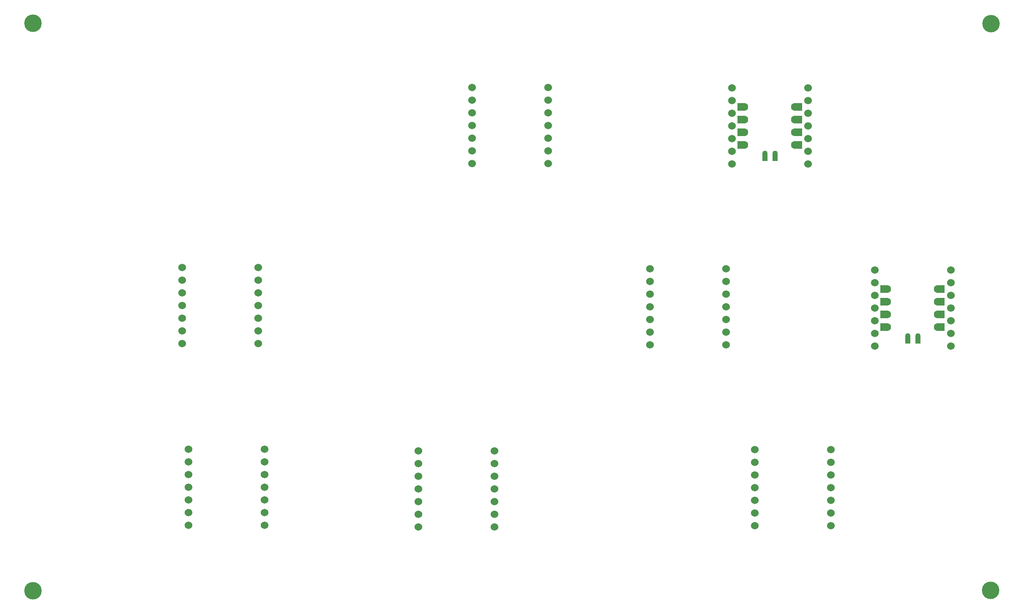
<source format=gbr>
%TF.GenerationSoftware,KiCad,Pcbnew,9.0.4*%
%TF.CreationDate,2025-09-18T16:51:08+08:00*%
%TF.ProjectId,XIAO,5849414f-2e6b-4696-9361-645f70636258,rev?*%
%TF.SameCoordinates,Original*%
%TF.FileFunction,Copper,L2,Bot*%
%TF.FilePolarity,Positive*%
%FSLAX46Y46*%
G04 Gerber Fmt 4.6, Leading zero omitted, Abs format (unit mm)*
G04 Created by KiCad (PCBNEW 9.0.4) date 2025-09-18 16:51:08*
%MOMM*%
%LPD*%
G01*
G04 APERTURE LIST*
G04 Aperture macros list*
%AMRoundRect*
0 Rectangle with rounded corners*
0 $1 Rounding radius*
0 $2 $3 $4 $5 $6 $7 $8 $9 X,Y pos of 4 corners*
0 Add a 4 corners polygon primitive as box body*
4,1,4,$2,$3,$4,$5,$6,$7,$8,$9,$2,$3,0*
0 Add four circle primitives for the rounded corners*
1,1,$1+$1,$2,$3*
1,1,$1+$1,$4,$5*
1,1,$1+$1,$6,$7*
1,1,$1+$1,$8,$9*
0 Add four rect primitives between the rounded corners*
20,1,$1+$1,$2,$3,$4,$5,0*
20,1,$1+$1,$4,$5,$6,$7,0*
20,1,$1+$1,$6,$7,$8,$9,0*
20,1,$1+$1,$8,$9,$2,$3,0*%
G04 Aperture macros list end*
%TA.AperFunction,ComponentPad*%
%ADD10C,1.524000*%
%TD*%
%TA.AperFunction,ComponentPad*%
%ADD11C,1.600000*%
%TD*%
%TA.AperFunction,SMDPad,CuDef*%
%ADD12RoundRect,0.140000X0.560000X0.660000X-0.560000X0.660000X-0.560000X-0.660000X0.560000X-0.660000X0*%
%TD*%
%TA.AperFunction,ComponentPad*%
%ADD13C,1.100000*%
%TD*%
%TA.AperFunction,SMDPad,CuDef*%
%ADD14RoundRect,0.110000X-0.440000X0.690000X-0.440000X-0.690000X0.440000X-0.690000X0.440000X0.690000X0*%
%TD*%
%TA.AperFunction,ViaPad*%
%ADD15C,3.500000*%
%TD*%
G04 APERTURE END LIST*
D10*
%TO.P,U10,14,5V*%
%TO.N,unconnected-(U10-5V-Pad14)*%
X220123800Y-121327063D03*
%TO.P,U10,13,GND*%
%TO.N,unconnected-(U10-GND-Pad13)*%
X220123800Y-123867063D03*
%TO.P,U10,12,3V3*%
%TO.N,unconnected-(U10-3V3-Pad12)*%
X220123800Y-126407063D03*
%TO.P,U10,11,PA6_A10_D10_MOSI*%
%TO.N,unconnected-(U10-PA6_A10_D10_MOSI-Pad11)*%
X220123800Y-128947063D03*
%TO.P,U10,10,PA5_A9_D9_MISO*%
%TO.N,unconnected-(U10-PA5_A9_D9_MISO-Pad10)*%
X220123800Y-131487063D03*
%TO.P,U10,9,PA7_A8_D8_SCK*%
%TO.N,unconnected-(U10-PA7_A8_D8_SCK-Pad9)*%
X220123800Y-134027063D03*
%TO.P,U10,8,PB09_A7_D7_RX*%
%TO.N,unconnected-(U10-PB09_A7_D7_RX-Pad8)*%
X220123800Y-136567063D03*
%TO.P,U10,7,PB08_A6_D6_TX*%
%TO.N,unconnected-(U10-PB08_A6_D6_TX-Pad7)*%
X204883800Y-136567063D03*
%TO.P,U10,6,PA9_A5_D5_SCL*%
%TO.N,unconnected-(U10-PA9_A5_D5_SCL-Pad6)*%
X204883800Y-134027063D03*
%TO.P,U10,5,PA8_A4_D4_SDA*%
%TO.N,unconnected-(U10-PA8_A4_D4_SDA-Pad5)*%
X204883800Y-131487063D03*
%TO.P,U10,4,PA11_A3_D3*%
%TO.N,unconnected-(U10-PA11_A3_D3-Pad4)*%
X204883800Y-128947063D03*
%TO.P,U10,3,PA10_A2_D2*%
%TO.N,unconnected-(U10-PA10_A2_D2-Pad3)*%
X204883800Y-126407063D03*
%TO.P,U10,2,PA4_A1_D1*%
%TO.N,unconnected-(U10-PA4_A1_D1-Pad2)*%
X204883800Y-123867063D03*
%TO.P,U10,1,PA02_A0_D0*%
%TO.N,unconnected-(U10-PA02_A0_D0-Pad1)*%
X204883800Y-121327063D03*
%TD*%
%TO.P,U11,1,PA02_A0_D0*%
%TO.N,unconnected-(U11-PA02_A0_D0-Pad1)*%
X137466400Y-121530263D03*
%TO.P,U11,2,PA4_A1_D1*%
%TO.N,unconnected-(U11-PA4_A1_D1-Pad2)*%
X137466400Y-124070263D03*
%TO.P,U11,3,PA10_A2_D2*%
%TO.N,unconnected-(U11-PA10_A2_D2-Pad3)*%
X137466400Y-126610263D03*
%TO.P,U11,4,PA11_A3_D3*%
%TO.N,unconnected-(U11-PA11_A3_D3-Pad4)*%
X137466400Y-129150263D03*
%TO.P,U11,5,PA8_A4_D4_SDA*%
%TO.N,unconnected-(U11-PA8_A4_D4_SDA-Pad5)*%
X137466400Y-131690263D03*
%TO.P,U11,6,PA9_A5_D5_SCL*%
%TO.N,unconnected-(U11-PA9_A5_D5_SCL-Pad6)*%
X137466400Y-134230263D03*
%TO.P,U11,7,PB08_A6_D6_TX*%
%TO.N,unconnected-(U11-PB08_A6_D6_TX-Pad7)*%
X137466400Y-136770263D03*
%TO.P,U11,8,PB09_A7_D7_RX*%
%TO.N,unconnected-(U11-PB09_A7_D7_RX-Pad8)*%
X152706400Y-136770263D03*
%TO.P,U11,9,PA7_A8_D8_SCK*%
%TO.N,unconnected-(U11-PA7_A8_D8_SCK-Pad9)*%
X152706400Y-134230263D03*
%TO.P,U11,10,PA5_A9_D9_MISO*%
%TO.N,unconnected-(U11-PA5_A9_D9_MISO-Pad10)*%
X152706400Y-131690263D03*
%TO.P,U11,11,PA6_A10_D10_MOSI*%
%TO.N,unconnected-(U11-PA6_A10_D10_MOSI-Pad11)*%
X152706400Y-129150263D03*
%TO.P,U11,12,3V3*%
%TO.N,unconnected-(U11-3V3-Pad12)*%
X152706400Y-126610263D03*
%TO.P,U11,13,GND*%
%TO.N,unconnected-(U11-GND-Pad13)*%
X152706400Y-124070263D03*
%TO.P,U11,14,5V*%
%TO.N,unconnected-(U11-5V-Pad14)*%
X152706400Y-121530263D03*
%TD*%
%TO.P,U6,1,PA02_A0_D0*%
%TO.N,unconnected-(U6-PA02_A0_D0-Pad1)*%
X90160000Y-84830000D03*
%TO.P,U6,2,PA4_A1_D1*%
%TO.N,unconnected-(U6-PA4_A1_D1-Pad2)*%
X90160000Y-87370000D03*
%TO.P,U6,3,PA10_A2_D2*%
%TO.N,unconnected-(U6-PA10_A2_D2-Pad3)*%
X90160000Y-89910000D03*
%TO.P,U6,4,PA11_A3_D3*%
%TO.N,unconnected-(U6-PA11_A3_D3-Pad4)*%
X90160000Y-92450000D03*
%TO.P,U6,5,PA8_A4_D4_SDA*%
%TO.N,unconnected-(U6-PA8_A4_D4_SDA-Pad5)*%
X90160000Y-94990000D03*
%TO.P,U6,6,PA9_A5_D5_SCL*%
%TO.N,unconnected-(U6-PA9_A5_D5_SCL-Pad6)*%
X90160000Y-97530000D03*
%TO.P,U6,7,PB08_A6_D6_TX*%
%TO.N,unconnected-(U6-PB08_A6_D6_TX-Pad7)*%
X90160000Y-100070000D03*
%TO.P,U6,8,PB09_A7_D7_RX*%
%TO.N,unconnected-(U6-PB09_A7_D7_RX-Pad8)*%
X105400000Y-100070000D03*
%TO.P,U6,9,PA7_A8_D8_SCK*%
%TO.N,unconnected-(U6-PA7_A8_D8_SCK-Pad9)*%
X105400000Y-97530000D03*
%TO.P,U6,10,PA5_A9_D9_MISO*%
%TO.N,unconnected-(U6-PA5_A9_D9_MISO-Pad10)*%
X105400000Y-94990000D03*
%TO.P,U6,11,PA6_A10_D10_MOSI*%
%TO.N,unconnected-(U6-PA6_A10_D10_MOSI-Pad11)*%
X105400000Y-92450000D03*
%TO.P,U6,12,3V3*%
%TO.N,unconnected-(U6-3V3-Pad12)*%
X105400000Y-89910000D03*
%TO.P,U6,13,GND*%
%TO.N,unconnected-(U6-GND-Pad13)*%
X105400000Y-87370000D03*
%TO.P,U6,14,5V*%
%TO.N,unconnected-(U6-5V-Pad14)*%
X105400000Y-84830000D03*
%TD*%
%TO.P,U16,1,PA02_A0_D0*%
%TO.N,unconnected-(U16-PA02_A0_D0-Pad1)*%
X228930000Y-85340000D03*
%TO.P,U16,2,PA4_A1_D1*%
%TO.N,unconnected-(U16-PA4_A1_D1-Pad2)*%
X228930000Y-87880000D03*
%TO.P,U16,3,PA10_A2_D2*%
%TO.N,unconnected-(U16-PA10_A2_D2-Pad3)*%
X228930000Y-90420000D03*
%TO.P,U16,4,PA11_A3_D3*%
%TO.N,unconnected-(U16-PA11_A3_D3-Pad4)*%
X228930000Y-92960000D03*
%TO.P,U16,5,PA8_A4_D4_SDA*%
%TO.N,unconnected-(U16-PA8_A4_D4_SDA-Pad5)*%
X228930000Y-95500000D03*
%TO.P,U16,6,PA9_A5_D5_SCL*%
%TO.N,unconnected-(U16-PA9_A5_D5_SCL-Pad6)*%
X228930000Y-98040000D03*
%TO.P,U16,7,PB08_A6_D6_TX*%
%TO.N,unconnected-(U16-PB08_A6_D6_TX-Pad7)*%
X228930000Y-100580000D03*
%TO.P,U16,8,PB09_A7_D7_RX*%
%TO.N,unconnected-(U16-PB09_A7_D7_RX-Pad8)*%
X244170000Y-100580000D03*
%TO.P,U16,9,PA7_A8_D8_SCK*%
%TO.N,unconnected-(U16-PA7_A8_D8_SCK-Pad9)*%
X244170000Y-98040000D03*
%TO.P,U16,10,PA5_A9_D9_MISO*%
%TO.N,unconnected-(U16-PA5_A9_D9_MISO-Pad10)*%
X244170000Y-95500000D03*
%TO.P,U16,11,PA6_A10_D10_MOSI*%
%TO.N,unconnected-(U16-PA6_A10_D10_MOSI-Pad11)*%
X244170000Y-92960000D03*
%TO.P,U16,12,3V3*%
%TO.N,unconnected-(U16-3V3-Pad12)*%
X244170000Y-90420000D03*
%TO.P,U16,13,GND*%
%TO.N,unconnected-(U16-GND-Pad13)*%
X244170000Y-87880000D03*
%TO.P,U16,14,5V*%
%TO.N,unconnected-(U16-5V-Pad14)*%
X244170000Y-85340000D03*
D11*
%TO.P,U16,15,GPIO21/D11/RX1*%
%TO.N,unconnected-(U16-GPIO21{slash}D11{slash}RX1-Pad15)*%
X241550994Y-89150000D03*
D12*
X242250000Y-89150000D03*
D11*
%TO.P,U16,16,GPIO20/D12/TX1*%
%TO.N,unconnected-(U16-GPIO20{slash}D12{slash}TX1-Pad16)*%
X241550994Y-91690000D03*
D12*
X242250000Y-91690000D03*
D11*
%TO.P,U16,17,GPIO17/D13/SCL0*%
%TO.N,unconnected-(U16-GPIO17{slash}D13{slash}SCL0-Pad17)*%
X241550994Y-94230000D03*
D12*
X242250000Y-94230000D03*
D11*
%TO.P,U16,18,GPIO16/D14/SDA0*%
%TO.N,unconnected-(U16-GPIO16{slash}D14{slash}SDA0-Pad18)*%
X241550994Y-96770000D03*
D12*
X242250000Y-96770000D03*
%TO.P,U16,19,GPIO11/D15/SPI1_MOSI*%
%TO.N,unconnected-(U16-GPIO11{slash}D15{slash}SPI1_MOSI-Pad19)*%
X230690994Y-96770000D03*
D11*
X231390994Y-96770000D03*
D12*
%TO.P,U16,20,GPIO12/D16/SPI1_MISO*%
%TO.N,unconnected-(U16-GPIO12{slash}D16{slash}SPI1_MISO-Pad20)*%
X230690994Y-94230000D03*
D11*
X231390994Y-94230000D03*
D12*
%TO.P,U16,21,GPIO10/D17/SPI1_SCK*%
%TO.N,unconnected-(U16-GPIO10{slash}D17{slash}SPI1_SCK-Pad21)*%
X230690994Y-91690000D03*
D11*
X231390994Y-91690000D03*
D12*
%TO.P,U16,22,GPIO9/D18/SPI1_CS*%
%TO.N,unconnected-(U16-GPIO9{slash}D18{slash}SPI1_CS-Pad22)*%
X230690994Y-89150000D03*
D11*
X231390994Y-89150000D03*
D13*
%TO.P,U16,23,BAT*%
%TO.N,unconnected-(U16-BAT-Pad23)*%
X235550000Y-98534811D03*
D14*
X235550000Y-99290000D03*
D13*
%TO.P,U16,24,GND_2*%
%TO.N,unconnected-(U16-GND_2-Pad24)*%
X237550000Y-98534811D03*
D14*
X237550000Y-99290000D03*
%TD*%
D10*
%TO.P,U4,14,5V*%
%TO.N,unconnected-(U4-5V-Pad14)*%
X163526800Y-48708463D03*
%TO.P,U4,13,GND*%
%TO.N,unconnected-(U4-GND-Pad13)*%
X163526800Y-51248463D03*
%TO.P,U4,12,3V3*%
%TO.N,unconnected-(U4-3V3-Pad12)*%
X163526800Y-53788463D03*
%TO.P,U4,11,PA6_A10_D10_MOSI*%
%TO.N,unconnected-(U4-PA6_A10_D10_MOSI-Pad11)*%
X163526800Y-56328463D03*
%TO.P,U4,10,PA5_A9_D9_MISO*%
%TO.N,unconnected-(U4-PA5_A9_D9_MISO-Pad10)*%
X163526800Y-58868463D03*
%TO.P,U4,9,PA7_A8_D8_SCK*%
%TO.N,unconnected-(U4-PA7_A8_D8_SCK-Pad9)*%
X163526800Y-61408463D03*
%TO.P,U4,8,PB09_A7_D7_RX*%
%TO.N,unconnected-(U4-PB09_A7_D7_RX-Pad8)*%
X163526800Y-63948463D03*
%TO.P,U4,7,PB08_A6_D6_TX*%
%TO.N,unconnected-(U4-PB08_A6_D6_TX-Pad7)*%
X148286800Y-63948463D03*
%TO.P,U4,6,PA9_A5_D5_SCL*%
%TO.N,unconnected-(U4-PA9_A5_D5_SCL-Pad6)*%
X148286800Y-61408463D03*
%TO.P,U4,5,PA8_A4_D4_SDA*%
%TO.N,unconnected-(U4-PA8_A4_D4_SDA-Pad5)*%
X148286800Y-58868463D03*
%TO.P,U4,4,PA11_A3_D3*%
%TO.N,unconnected-(U4-PA11_A3_D3-Pad4)*%
X148286800Y-56328463D03*
%TO.P,U4,3,PA10_A2_D2*%
%TO.N,unconnected-(U4-PA10_A2_D2-Pad3)*%
X148286800Y-53788463D03*
%TO.P,U4,2,PA4_A1_D1*%
%TO.N,unconnected-(U4-PA4_A1_D1-Pad2)*%
X148286800Y-51248463D03*
%TO.P,U4,1,PA02_A0_D0*%
%TO.N,unconnected-(U4-PA02_A0_D0-Pad1)*%
X148286800Y-48708463D03*
%TD*%
%TO.P,U5,14,5V*%
%TO.N,unconnected-(U5-5V-Pad14)*%
X199110000Y-85050000D03*
%TO.P,U5,13,GND*%
%TO.N,unconnected-(U5-GND-Pad13)*%
X199110000Y-87590000D03*
%TO.P,U5,12,3V3*%
%TO.N,unconnected-(U5-3V3-Pad12)*%
X199110000Y-90130000D03*
%TO.P,U5,11,PA6_A10_D10_MOSI*%
%TO.N,unconnected-(U5-PA6_A10_D10_MOSI-Pad11)*%
X199110000Y-92670000D03*
%TO.P,U5,10,PA5_A9_D9_MISO*%
%TO.N,unconnected-(U5-PA5_A9_D9_MISO-Pad10)*%
X199110000Y-95210000D03*
%TO.P,U5,9,PA7_A8_D8_SCK*%
%TO.N,unconnected-(U5-PA7_A8_D8_SCK-Pad9)*%
X199110000Y-97750000D03*
%TO.P,U5,8,PB09_A7_D7_RX*%
%TO.N,unconnected-(U5-PB09_A7_D7_RX-Pad8)*%
X199110000Y-100290000D03*
%TO.P,U5,7,PB08_A6_D6_TX*%
%TO.N,unconnected-(U5-PB08_A6_D6_TX-Pad7)*%
X183870000Y-100290000D03*
%TO.P,U5,6,PA9_A5_D5_SCL*%
%TO.N,unconnected-(U5-PA9_A5_D5_SCL-Pad6)*%
X183870000Y-97750000D03*
%TO.P,U5,5,PA8_A4_D4_SDA*%
%TO.N,unconnected-(U5-PA8_A4_D4_SDA-Pad5)*%
X183870000Y-95210000D03*
%TO.P,U5,4,PA11_A3_D3*%
%TO.N,unconnected-(U5-PA11_A3_D3-Pad4)*%
X183870000Y-92670000D03*
%TO.P,U5,3,PA10_A2_D2*%
%TO.N,unconnected-(U5-PA10_A2_D2-Pad3)*%
X183870000Y-90130000D03*
%TO.P,U5,2,PA4_A1_D1*%
%TO.N,unconnected-(U5-PA4_A1_D1-Pad2)*%
X183870000Y-87590000D03*
%TO.P,U5,1,PA02_A0_D0*%
%TO.N,unconnected-(U5-PA02_A0_D0-Pad1)*%
X183870000Y-85050000D03*
%TD*%
%TO.P,U17,1,PA02_A0_D0*%
%TO.N,unconnected-(U17-PA02_A0_D0-Pad1)*%
X200340800Y-48779263D03*
%TO.P,U17,2,PA4_A1_D1*%
%TO.N,unconnected-(U17-PA4_A1_D1-Pad2)*%
X200340800Y-51319263D03*
%TO.P,U17,3,PA10_A2_D2*%
%TO.N,unconnected-(U17-PA10_A2_D2-Pad3)*%
X200340800Y-53859263D03*
%TO.P,U17,4,PA11_A3_D3*%
%TO.N,unconnected-(U17-PA11_A3_D3-Pad4)*%
X200340800Y-56399263D03*
%TO.P,U17,5,PA8_A4_D4_SDA*%
%TO.N,unconnected-(U17-PA8_A4_D4_SDA-Pad5)*%
X200340800Y-58939263D03*
%TO.P,U17,6,PA9_A5_D5_SCL*%
%TO.N,unconnected-(U17-PA9_A5_D5_SCL-Pad6)*%
X200340800Y-61479263D03*
%TO.P,U17,7,PB08_A6_D6_TX*%
%TO.N,unconnected-(U17-PB08_A6_D6_TX-Pad7)*%
X200340800Y-64019263D03*
%TO.P,U17,8,PB09_A7_D7_RX*%
%TO.N,unconnected-(U17-PB09_A7_D7_RX-Pad8)*%
X215580800Y-64019263D03*
%TO.P,U17,9,PA7_A8_D8_SCK*%
%TO.N,unconnected-(U17-PA7_A8_D8_SCK-Pad9)*%
X215580800Y-61479263D03*
%TO.P,U17,10,PA5_A9_D9_MISO*%
%TO.N,unconnected-(U17-PA5_A9_D9_MISO-Pad10)*%
X215580800Y-58939263D03*
%TO.P,U17,11,PA6_A10_D10_MOSI*%
%TO.N,unconnected-(U17-PA6_A10_D10_MOSI-Pad11)*%
X215580800Y-56399263D03*
%TO.P,U17,12,3V3*%
%TO.N,unconnected-(U17-3V3-Pad12)*%
X215580800Y-53859263D03*
%TO.P,U17,13,GND*%
%TO.N,unconnected-(U17-GND-Pad13)*%
X215580800Y-51319263D03*
%TO.P,U17,14,5V*%
%TO.N,unconnected-(U17-5V-Pad14)*%
X215580800Y-48779263D03*
D11*
%TO.P,U17,15,GPIO21/D11/RX1*%
%TO.N,unconnected-(U17-GPIO21{slash}D11{slash}RX1-Pad15)*%
X212961794Y-52589263D03*
D12*
X213660800Y-52589263D03*
D11*
%TO.P,U17,16,GPIO20/D12/TX1*%
%TO.N,unconnected-(U17-GPIO20{slash}D12{slash}TX1-Pad16)*%
X212961794Y-55129263D03*
D12*
X213660800Y-55129263D03*
D11*
%TO.P,U17,17,GPIO17/D13/SCL0*%
%TO.N,unconnected-(U17-GPIO17{slash}D13{slash}SCL0-Pad17)*%
X212961794Y-57669263D03*
D12*
X213660800Y-57669263D03*
D11*
%TO.P,U17,18,GPIO16/D14/SDA0*%
%TO.N,unconnected-(U17-GPIO16{slash}D14{slash}SDA0-Pad18)*%
X212961794Y-60209263D03*
D12*
X213660800Y-60209263D03*
%TO.P,U17,19,GPIO11/D15/SPI1_MOSI*%
%TO.N,unconnected-(U17-GPIO11{slash}D15{slash}SPI1_MOSI-Pad19)*%
X202101794Y-60209263D03*
D11*
X202801794Y-60209263D03*
D12*
%TO.P,U17,20,GPIO12/D16/SPI1_MISO*%
%TO.N,unconnected-(U17-GPIO12{slash}D16{slash}SPI1_MISO-Pad20)*%
X202101794Y-57669263D03*
D11*
X202801794Y-57669263D03*
D12*
%TO.P,U17,21,GPIO10/D17/SPI1_SCK*%
%TO.N,unconnected-(U17-GPIO10{slash}D17{slash}SPI1_SCK-Pad21)*%
X202101794Y-55129263D03*
D11*
X202801794Y-55129263D03*
D12*
%TO.P,U17,22,GPIO9/D18/SPI1_CS*%
%TO.N,unconnected-(U17-GPIO9{slash}D18{slash}SPI1_CS-Pad22)*%
X202101794Y-52589263D03*
D11*
X202801794Y-52589263D03*
D13*
%TO.P,U17,23,BAT*%
%TO.N,unconnected-(U17-BAT-Pad23)*%
X206960800Y-61974074D03*
D14*
X206960800Y-62729263D03*
D13*
%TO.P,U17,24,GND_2*%
%TO.N,unconnected-(U17-GND_2-Pad24)*%
X208960800Y-61974074D03*
D14*
X208960800Y-62729263D03*
%TD*%
D10*
%TO.P,U12,14,5V*%
%TO.N,unconnected-(U12-5V-Pad14)*%
X106714000Y-121225463D03*
%TO.P,U12,13,GND*%
%TO.N,unconnected-(U12-GND-Pad13)*%
X106714000Y-123765463D03*
%TO.P,U12,12,3V3*%
%TO.N,unconnected-(U12-3V3-Pad12)*%
X106714000Y-126305463D03*
%TO.P,U12,11,PA6_A10_D10_MOSI*%
%TO.N,unconnected-(U12-PA6_A10_D10_MOSI-Pad11)*%
X106714000Y-128845463D03*
%TO.P,U12,10,PA5_A9_D9_MISO*%
%TO.N,unconnected-(U12-PA5_A9_D9_MISO-Pad10)*%
X106714000Y-131385463D03*
%TO.P,U12,9,PA7_A8_D8_SCK*%
%TO.N,unconnected-(U12-PA7_A8_D8_SCK-Pad9)*%
X106714000Y-133925463D03*
%TO.P,U12,8,PB09_A7_D7_RX*%
%TO.N,unconnected-(U12-PB09_A7_D7_RX-Pad8)*%
X106714000Y-136465463D03*
%TO.P,U12,7,PB08_A6_D6_TX*%
%TO.N,unconnected-(U12-PB08_A6_D6_TX-Pad7)*%
X91474000Y-136465463D03*
%TO.P,U12,6,PA9_A5_D5_SCL*%
%TO.N,unconnected-(U12-PA9_A5_D5_SCL-Pad6)*%
X91474000Y-133925463D03*
%TO.P,U12,5,PA8_A4_D4_SDA*%
%TO.N,unconnected-(U12-PA8_A4_D4_SDA-Pad5)*%
X91474000Y-131385463D03*
%TO.P,U12,4,PA11_A3_D3*%
%TO.N,unconnected-(U12-PA11_A3_D3-Pad4)*%
X91474000Y-128845463D03*
%TO.P,U12,3,PA10_A2_D2*%
%TO.N,unconnected-(U12-PA10_A2_D2-Pad3)*%
X91474000Y-126305463D03*
%TO.P,U12,2,PA4_A1_D1*%
%TO.N,unconnected-(U12-PA4_A1_D1-Pad2)*%
X91474000Y-123765463D03*
%TO.P,U12,1,PA02_A0_D0*%
%TO.N,unconnected-(U12-PA02_A0_D0-Pad1)*%
X91474000Y-121225463D03*
%TD*%
D15*
%TO.N,*%
X60320000Y-149550000D03*
X252160000Y-149480000D03*
X252180000Y-35940000D03*
X60310000Y-35890000D03*
%TD*%
M02*

</source>
